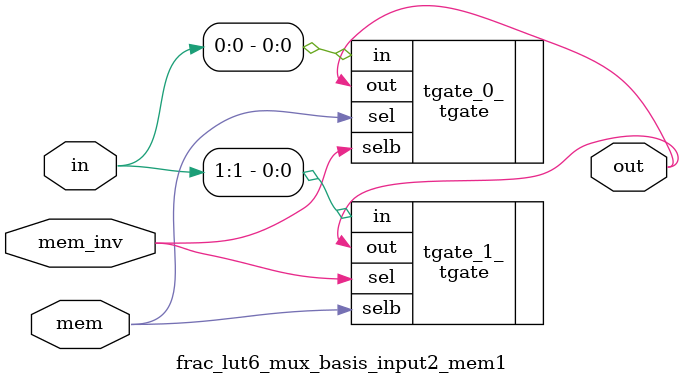
<source format=v>
`default_nettype none

module mux_2level_tapbuf_basis_input8_mem8(in,
                                           mem,
                                           mem_inv,
                                           out);
//----- INPUT PORTS -----
input [0:7] in;
//----- INPUT PORTS -----
input [0:7] mem;
//----- INPUT PORTS -----
input [0:7] mem_inv;
//----- OUTPUT PORTS -----
output [0:0] out;

//----- BEGIN wire-connection ports -----
//----- END wire-connection ports -----


//----- BEGIN Registered ports -----
//----- END Registered ports -----



// ----- BEGIN Local short connections -----
// ----- END Local short connections -----
// ----- BEGIN Local output short connections -----
// ----- END Local output short connections -----

	tgate tgate_0_ (
		.in(in[0]),
		.sel(mem[0]),
		.selb(mem_inv[0]),
		.out(out));

	tgate tgate_1_ (
		.in(in[1]),
		.sel(mem[1]),
		.selb(mem_inv[1]),
		.out(out));

	tgate tgate_2_ (
		.in(in[2]),
		.sel(mem[2]),
		.selb(mem_inv[2]),
		.out(out));

	tgate tgate_3_ (
		.in(in[3]),
		.sel(mem[3]),
		.selb(mem_inv[3]),
		.out(out));

	tgate tgate_4_ (
		.in(in[4]),
		.sel(mem[4]),
		.selb(mem_inv[4]),
		.out(out));

	tgate tgate_5_ (
		.in(in[5]),
		.sel(mem[5]),
		.selb(mem_inv[5]),
		.out(out));

	tgate tgate_6_ (
		.in(in[6]),
		.sel(mem[6]),
		.selb(mem_inv[6]),
		.out(out));

	tgate tgate_7_ (
		.in(in[7]),
		.sel(mem[7]),
		.selb(mem_inv[7]),
		.out(out));

endmodule
// ----- END Verilog module for mux_2level_tapbuf_basis_input8_mem8 -----

//----- Default net type -----
`default_nettype wire




//----- Default net type -----
`default_nettype none

// ----- Verilog module for mux_2level_tapbuf_basis_input2_mem2 -----
module mux_2level_tapbuf_basis_input2_mem2(in,
                                           mem,
                                           mem_inv,
                                           out);
//----- INPUT PORTS -----
input [0:1] in;
//----- INPUT PORTS -----
input [0:1] mem;
//----- INPUT PORTS -----
input [0:1] mem_inv;
//----- OUTPUT PORTS -----
output [0:0] out;

//----- BEGIN wire-connection ports -----
//----- END wire-connection ports -----


//----- BEGIN Registered ports -----
//----- END Registered ports -----



// ----- BEGIN Local short connections -----
// ----- END Local short connections -----
// ----- BEGIN Local output short connections -----
// ----- END Local output short connections -----

	tgate tgate_0_ (
		.in(in[0]),
		.sel(mem[0]),
		.selb(mem_inv[0]),
		.out(out));

	tgate tgate_1_ (
		.in(in[1]),
		.sel(mem[1]),
		.selb(mem_inv[1]),
		.out(out));

endmodule
// ----- END Verilog module for mux_2level_tapbuf_basis_input2_mem2 -----

//----- Default net type -----
`default_nettype wire




//----- Default net type -----
`default_nettype none

// ----- Verilog module for mux_2level_tapbuf_basis_input2_mem1 -----
module mux_2level_tapbuf_basis_input2_mem1(in,
                                           mem,
                                           mem_inv,
                                           out);
//----- INPUT PORTS -----
input [0:1] in;
//----- INPUT PORTS -----
input [0:0] mem;
//----- INPUT PORTS -----
input [0:0] mem_inv;
//----- OUTPUT PORTS -----
output [0:0] out;

//----- BEGIN wire-connection ports -----
//----- END wire-connection ports -----


//----- BEGIN Registered ports -----
//----- END Registered ports -----



// ----- BEGIN Local short connections -----
// ----- END Local short connections -----
// ----- BEGIN Local output short connections -----
// ----- END Local output short connections -----

	tgate tgate_0_ (
		.in(in[0]),
		.sel(mem),
		.selb(mem_inv),
		.out(out));

	tgate tgate_1_ (
		.in(in[1]),
		.sel(mem_inv),
		.selb(mem),
		.out(out));

endmodule
// ----- END Verilog module for mux_2level_tapbuf_basis_input2_mem1 -----

//----- Default net type -----
`default_nettype wire




//----- Default net type -----
`default_nettype none

// ----- Verilog module for mux_2level_tapbuf_basis_input4_mem4 -----
module mux_2level_tapbuf_basis_input4_mem4(in,
                                           mem,
                                           mem_inv,
                                           out);
//----- INPUT PORTS -----
input [0:3] in;
//----- INPUT PORTS -----
input [0:3] mem;
//----- INPUT PORTS -----
input [0:3] mem_inv;
//----- OUTPUT PORTS -----
output [0:0] out;

//----- BEGIN wire-connection ports -----
//----- END wire-connection ports -----


//----- BEGIN Registered ports -----
//----- END Registered ports -----



// ----- BEGIN Local short connections -----
// ----- END Local short connections -----
// ----- BEGIN Local output short connections -----
// ----- END Local output short connections -----

	tgate tgate_0_ (
		.in(in[0]),
		.sel(mem[0]),
		.selb(mem_inv[0]),
		.out(out));

	tgate tgate_1_ (
		.in(in[1]),
		.sel(mem[1]),
		.selb(mem_inv[1]),
		.out(out));

	tgate tgate_2_ (
		.in(in[2]),
		.sel(mem[2]),
		.selb(mem_inv[2]),
		.out(out));

	tgate tgate_3_ (
		.in(in[3]),
		.sel(mem[3]),
		.selb(mem_inv[3]),
		.out(out));

endmodule
// ----- END Verilog module for mux_2level_tapbuf_basis_input4_mem4 -----

//----- Default net type -----
`default_nettype wire




//----- Default net type -----
`default_nettype none

// ----- Verilog module for mux_2level_tapbuf_basis_input3_mem3 -----
module mux_2level_tapbuf_basis_input3_mem3(in,
                                           mem,
                                           mem_inv,
                                           out);
//----- INPUT PORTS -----
input [0:2] in;
//----- INPUT PORTS -----
input [0:2] mem;
//----- INPUT PORTS -----
input [0:2] mem_inv;
//----- OUTPUT PORTS -----
output [0:0] out;

//----- BEGIN wire-connection ports -----
//----- END wire-connection ports -----


//----- BEGIN Registered ports -----
//----- END Registered ports -----



// ----- BEGIN Local short connections -----
// ----- END Local short connections -----
// ----- BEGIN Local output short connections -----
// ----- END Local output short connections -----

	tgate tgate_0_ (
		.in(in[0]),
		.sel(mem[0]),
		.selb(mem_inv[0]),
		.out(out));

	tgate tgate_1_ (
		.in(in[1]),
		.sel(mem[1]),
		.selb(mem_inv[1]),
		.out(out));

	tgate tgate_2_ (
		.in(in[2]),
		.sel(mem[2]),
		.selb(mem_inv[2]),
		.out(out));

endmodule
// ----- END Verilog module for mux_2level_tapbuf_basis_input3_mem3 -----

//----- Default net type -----
`default_nettype wire




//----- Default net type -----
`default_nettype none

// ----- Verilog module for mux_2level_basis_input8_mem8 -----
module mux_2level_basis_input8_mem8(in,
                                    mem,
                                    mem_inv,
                                    out);
//----- INPUT PORTS -----
input [0:7] in;
//----- INPUT PORTS -----
input [0:7] mem;
//----- INPUT PORTS -----
input [0:7] mem_inv;
//----- OUTPUT PORTS -----
output [0:0] out;

//----- BEGIN wire-connection ports -----
//----- END wire-connection ports -----


//----- BEGIN Registered ports -----
//----- END Registered ports -----



// ----- BEGIN Local short connections -----
// ----- END Local short connections -----
// ----- BEGIN Local output short connections -----
// ----- END Local output short connections -----

	tgate tgate_0_ (
		.in(in[0]),
		.sel(mem[0]),
		.selb(mem_inv[0]),
		.out(out));

	tgate tgate_1_ (
		.in(in[1]),
		.sel(mem[1]),
		.selb(mem_inv[1]),
		.out(out));

	tgate tgate_2_ (
		.in(in[2]),
		.sel(mem[2]),
		.selb(mem_inv[2]),
		.out(out));

	tgate tgate_3_ (
		.in(in[3]),
		.sel(mem[3]),
		.selb(mem_inv[3]),
		.out(out));

	tgate tgate_4_ (
		.in(in[4]),
		.sel(mem[4]),
		.selb(mem_inv[4]),
		.out(out));

	tgate tgate_5_ (
		.in(in[5]),
		.sel(mem[5]),
		.selb(mem_inv[5]),
		.out(out));

	tgate tgate_6_ (
		.in(in[6]),
		.sel(mem[6]),
		.selb(mem_inv[6]),
		.out(out));

	tgate tgate_7_ (
		.in(in[7]),
		.sel(mem[7]),
		.selb(mem_inv[7]),
		.out(out));

endmodule
// ----- END Verilog module for mux_2level_basis_input8_mem8 -----

//----- Default net type -----
`default_nettype wire




//----- Default net type -----
`default_nettype none

// ----- Verilog module for mux_2level_basis_input5_mem5 -----
module mux_2level_basis_input5_mem5(in,
                                    mem,
                                    mem_inv,
                                    out);
//----- INPUT PORTS -----
input [0:4] in;
//----- INPUT PORTS -----
input [0:4] mem;
//----- INPUT PORTS -----
input [0:4] mem_inv;
//----- OUTPUT PORTS -----
output [0:0] out;

//----- BEGIN wire-connection ports -----
//----- END wire-connection ports -----


//----- BEGIN Registered ports -----
//----- END Registered ports -----



// ----- BEGIN Local short connections -----
// ----- END Local short connections -----
// ----- BEGIN Local output short connections -----
// ----- END Local output short connections -----

	tgate tgate_0_ (
		.in(in[0]),
		.sel(mem[0]),
		.selb(mem_inv[0]),
		.out(out));

	tgate tgate_1_ (
		.in(in[1]),
		.sel(mem[1]),
		.selb(mem_inv[1]),
		.out(out));

	tgate tgate_2_ (
		.in(in[2]),
		.sel(mem[2]),
		.selb(mem_inv[2]),
		.out(out));

	tgate tgate_3_ (
		.in(in[3]),
		.sel(mem[3]),
		.selb(mem_inv[3]),
		.out(out));

	tgate tgate_4_ (
		.in(in[4]),
		.sel(mem[4]),
		.selb(mem_inv[4]),
		.out(out));

endmodule
// ----- END Verilog module for mux_2level_basis_input5_mem5 -----

//----- Default net type -----
`default_nettype wire




//----- Default net type -----
`default_nettype none

// ----- Verilog module for mux_1level_tapbuf_basis_input4_mem4 -----
module mux_1level_tapbuf_basis_input4_mem4(in,
                                           mem,
                                           mem_inv,
                                           out);
//----- INPUT PORTS -----
input [0:3] in;
//----- INPUT PORTS -----
input [0:3] mem;
//----- INPUT PORTS -----
input [0:3] mem_inv;
//----- OUTPUT PORTS -----
output [0:0] out;

//----- BEGIN wire-connection ports -----
//----- END wire-connection ports -----


//----- BEGIN Registered ports -----
//----- END Registered ports -----



// ----- BEGIN Local short connections -----
// ----- END Local short connections -----
// ----- BEGIN Local output short connections -----
// ----- END Local output short connections -----

	tgate tgate_0_ (
		.in(in[0]),
		.sel(mem[0]),
		.selb(mem_inv[0]),
		.out(out));

	tgate tgate_1_ (
		.in(in[1]),
		.sel(mem[1]),
		.selb(mem_inv[1]),
		.out(out));

	tgate tgate_2_ (
		.in(in[2]),
		.sel(mem[2]),
		.selb(mem_inv[2]),
		.out(out));

	tgate tgate_3_ (
		.in(in[3]),
		.sel(mem[3]),
		.selb(mem_inv[3]),
		.out(out));

endmodule
// ----- END Verilog module for mux_1level_tapbuf_basis_input4_mem4 -----

//----- Default net type -----
`default_nettype wire




//----- Default net type -----
`default_nettype none

// ----- Verilog module for mux_1level_tapbuf_basis_input3_mem3 -----
module mux_1level_tapbuf_basis_input3_mem3(in,
                                           mem,
                                           mem_inv,
                                           out);
//----- INPUT PORTS -----
input [0:2] in;
//----- INPUT PORTS -----
input [0:2] mem;
//----- INPUT PORTS -----
input [0:2] mem_inv;
//----- OUTPUT PORTS -----
output [0:0] out;

//----- BEGIN wire-connection ports -----
//----- END wire-connection ports -----


//----- BEGIN Registered ports -----
//----- END Registered ports -----



// ----- BEGIN Local short connections -----
// ----- END Local short connections -----
// ----- BEGIN Local output short connections -----
// ----- END Local output short connections -----

	tgate tgate_0_ (
		.in(in[0]),
		.sel(mem[0]),
		.selb(mem_inv[0]),
		.out(out));

	tgate tgate_1_ (
		.in(in[1]),
		.sel(mem[1]),
		.selb(mem_inv[1]),
		.out(out));

	tgate tgate_2_ (
		.in(in[2]),
		.sel(mem[2]),
		.selb(mem_inv[2]),
		.out(out));

endmodule
// ----- END Verilog module for mux_1level_tapbuf_basis_input3_mem3 -----

//----- Default net type -----
`default_nettype wire




//----- Default net type -----
`default_nettype none

// ----- Verilog module for frac_lut6_mux_basis_input2_mem1 -----
module frac_lut6_mux_basis_input2_mem1(in,
                                       mem,
                                       mem_inv,
                                       out);
//----- INPUT PORTS -----
input [0:1] in;
//----- INPUT PORTS -----
input [0:0] mem;
//----- INPUT PORTS -----
input [0:0] mem_inv;
//----- OUTPUT PORTS -----
output [0:0] out;

//----- BEGIN wire-connection ports -----
//----- END wire-connection ports -----


//----- BEGIN Registered ports -----
//----- END Registered ports -----



// ----- BEGIN Local short connections -----
// ----- END Local short connections -----
// ----- BEGIN Local output short connections -----
// ----- END Local output short connections -----

	tgate tgate_0_ (
		.in(in[0]),
		.sel(mem),
		.selb(mem_inv),
		.out(out));

	tgate tgate_1_ (
		.in(in[1]),
		.sel(mem_inv),
		.selb(mem),
		.out(out));

endmodule
// ----- END Verilog module for frac_lut6_mux_basis_input2_mem1 -----

//----- Default net type -----
`default_nettype wire





</source>
